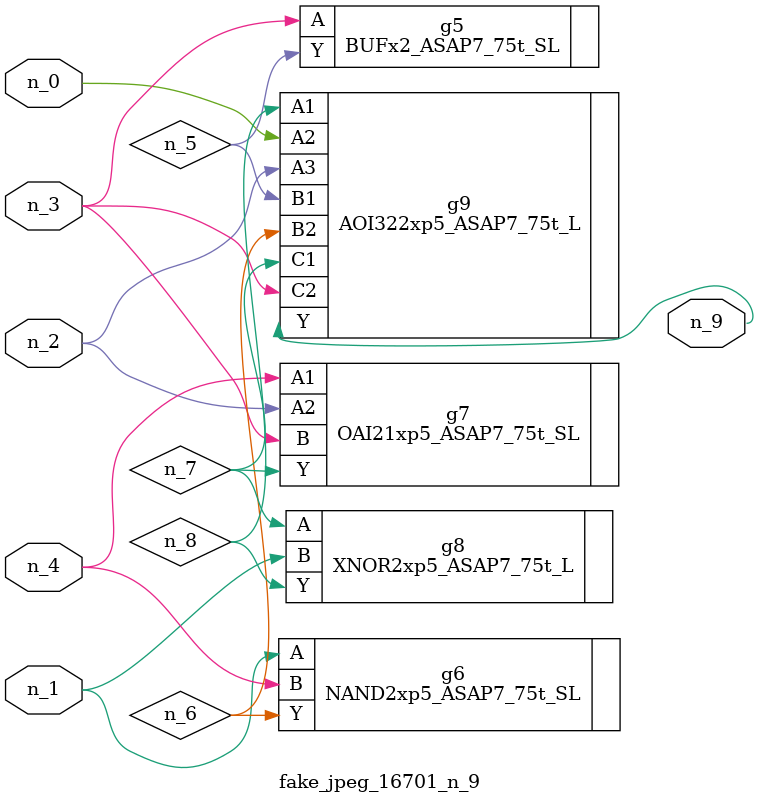
<source format=v>
module fake_jpeg_16701_n_9 (n_3, n_2, n_1, n_0, n_4, n_9);

input n_3;
input n_2;
input n_1;
input n_0;
input n_4;

output n_9;

wire n_8;
wire n_6;
wire n_5;
wire n_7;

BUFx2_ASAP7_75t_SL g5 ( 
.A(n_3),
.Y(n_5)
);

NAND2xp5_ASAP7_75t_SL g6 ( 
.A(n_1),
.B(n_4),
.Y(n_6)
);

OAI21xp5_ASAP7_75t_SL g7 ( 
.A1(n_4),
.A2(n_2),
.B(n_3),
.Y(n_7)
);

XNOR2xp5_ASAP7_75t_L g8 ( 
.A(n_7),
.B(n_1),
.Y(n_8)
);

AOI322xp5_ASAP7_75t_L g9 ( 
.A1(n_8),
.A2(n_0),
.A3(n_2),
.B1(n_5),
.B2(n_6),
.C1(n_7),
.C2(n_3),
.Y(n_9)
);


endmodule
</source>
